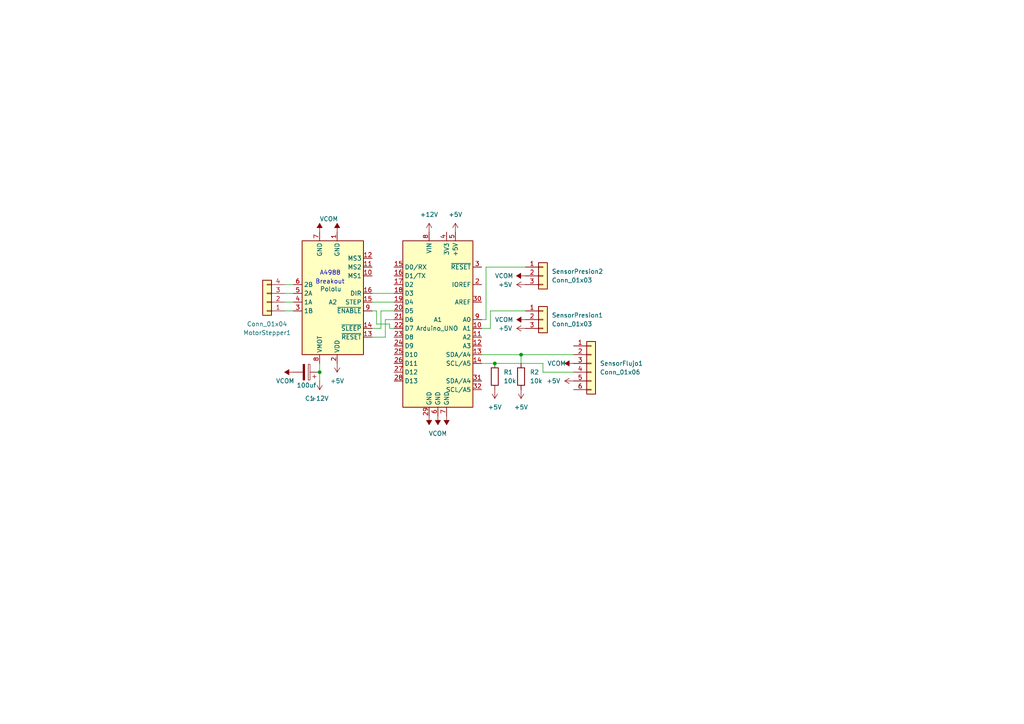
<source format=kicad_sch>
(kicad_sch (version 20211123) (generator eeschema)
  (paper "A4")
  (lib_symbols
    (symbol "Connector_Generic:Conn_01x03" (pin_names (offset 1.016) hide)
      (property "Reference" "J" (at 0 5.08 0))
      (property "Value" "Conn_01x03" (at 0 -5.08 0))
      (symbol "Conn_01x03_1_1"
        (rectangle (start -1.27 -2.413) (end 0 -2.667) (stroke (width 0.1524)))
        (rectangle (start -1.27 0.127) (end 0 -0.127) (stroke (width 0.1524)))
        (rectangle (start -1.27 2.667) (end 0 2.413) (stroke (width 0.1524)))
        (rectangle (start -1.27 3.81) (end 1.27 -3.81) (stroke (width 0.254)) (fill (type background)))
        (pin passive line (at -5.08 2.54 0) (length 3.81) (name "Pin_1") (number "1"))
        (pin passive line (at -5.08 0 0) (length 3.81) (name "Pin_2") (number "2"))
        (pin passive line (at -5.08 -2.54 0) (length 3.81) (name "Pin_3") (number "3"))
      )
    )
    (symbol "Connector_Generic:Conn_01x04" (pin_names (offset 1.016) hide)
      (property "Reference" "J" (at 0 5.08 0))
      (property "Value" "Conn_01x04" (at 0 -7.62 0))
      (symbol "Conn_01x04_1_1"
        (rectangle (start -1.27 -4.953) (end 0 -5.207) (stroke (width 0.1524)))
        (rectangle (start -1.27 -2.413) (end 0 -2.667) (stroke (width 0.1524)))
        (rectangle (start -1.27 0.127) (end 0 -0.127) (stroke (width 0.1524)))
        (rectangle (start -1.27 2.667) (end 0 2.413) (stroke (width 0.1524)))
        (rectangle (start -1.27 3.81) (end 1.27 -6.35) (stroke (width 0.254)) (fill (type background)))
        (pin passive line (at -5.08 2.54 0) (length 3.81) (name "Pin_1") (number "1"))
        (pin passive line (at -5.08 0 0) (length 3.81) (name "Pin_2") (number "2"))
        (pin passive line (at -5.08 -2.54 0) (length 3.81) (name "Pin_3") (number "3"))
        (pin passive line (at -5.08 -5.08 0) (length 3.81) (name "Pin_4") (number "4"))
      )
    )
    (symbol "Connector_Generic:Conn_01x06" (pin_names (offset 1.016) hide)
      (property "Reference" "J" (at 0 7.62 0))
      (property "Value" "Conn_01x06" (at 0 -10.16 0))
      (symbol "Conn_01x06_1_1"
        (rectangle (start -1.27 -7.493) (end 0 -7.747) (stroke (width 0.1524)))
        (rectangle (start -1.27 -4.953) (end 0 -5.207) (stroke (width 0.1524)))
        (rectangle (start -1.27 -2.413) (end 0 -2.667) (stroke (width 0.1524)))
        (rectangle (start -1.27 0.127) (end 0 -0.127) (stroke (width 0.1524)))
        (rectangle (start -1.27 2.667) (end 0 2.413) (stroke (width 0.1524)))
        (rectangle (start -1.27 5.207) (end 0 4.953) (stroke (width 0.1524)))
        (rectangle (start -1.27 6.35) (end 1.27 -8.89) (stroke (width 0.254)) (fill (type background)))
        (pin passive line (at -5.08 5.08 0) (length 3.81) (name "Pin_1") (number "1"))
        (pin passive line (at -5.08 2.54 0) (length 3.81) (name "Pin_2") (number "2"))
        (pin passive line (at -5.08 0 0) (length 3.81) (name "Pin_3") (number "3"))
        (pin passive line (at -5.08 -2.54 0) (length 3.81) (name "Pin_4") (number "4"))
        (pin passive line (at -5.08 -5.08 0) (length 3.81) (name "Pin_5") (number "5"))
        (pin passive line (at -5.08 -7.62 0) (length 3.81) (name "Pin_6") (number "6"))
      )
    )
    (symbol "Device:C_Polarized" (pin_numbers hide) (pin_names (offset 0.254))
      (property "Reference" "C" (at 0.635 2.54 0))
      (property "Value" "C_Polarized" (at 0.635 -2.54 0))
      (symbol "C_Polarized_0_1"
        (rectangle (start -2.286 0.508) (end 2.286 1.016))
        (polyline (pts (xy -1.778 2.286) (xy -0.762 2.286)))
        (polyline (pts (xy -1.27 2.794) (xy -1.27 1.778)))
        (rectangle (start 2.286 -0.508) (end -2.286 -1.016) (fill (type outline)))
      )
      (symbol "C_Polarized_1_1"
        (pin passive line (at 0 3.81 270) (length 2.794) (name "~") (number "1"))
        (pin passive line (at 0 -3.81 90) (length 2.794) (name "~") (number "2"))
      )
    )
    (symbol "Device:R" (pin_numbers hide) (pin_names (offset 0))
      (property "Reference" "R" (at 2.032 0 90))
      (property "Value" "R" (at 0 0 90))
      (symbol "R_0_1"
        (rectangle (start -1.016 -2.54) (end 1.016 2.54) (stroke (width 0.254)))
      )
      (symbol "R_1_1"
        (pin passive line (at 0 3.81 270) (length 1.27) (name "~") (number "1"))
        (pin passive line (at 0 -3.81 90) (length 1.27) (name "~") (number "2"))
      )
    )
    (symbol "Driver_Motor:Pololu_Breakout_A4988"
      (property "Reference" "A" (at -2.54 19.05 0))
      (property "Value" "Pololu_Breakout_A4988" (at -2.54 16.51 0))
      (symbol "Pololu_Breakout_A4988_0_1"
        (rectangle (start 10.16 -17.78) (end -7.62 15.24) (stroke (width 0.254)) (fill (type background)))
      )
      (symbol "Pololu_Breakout_A4988_1_1"
        (pin power_in line (at 0 -20.32 90) (length 2.54) (name "GND") (number "1"))
        (pin input line (at -10.16 -7.62 0) (length 2.54) (name "MS1") (number "10"))
        (pin input line (at -10.16 -10.16 0) (length 2.54) (name "MS2") (number "11"))
        (pin input line (at -10.16 -12.7 0) (length 2.54) (name "MS3") (number "12"))
        (pin input line (at -10.16 10.16 0) (length 2.54) (name "~{RESET}") (number "13"))
        (pin input line (at -10.16 7.62 0) (length 2.54) (name "~{SLEEP}") (number "14"))
        (pin input line (at -10.16 0 0) (length 2.54) (name "STEP") (number "15"))
        (pin input line (at -10.16 -2.54 0) (length 2.54) (name "DIR") (number "16"))
        (pin power_in line (at 0 17.78 270) (length 2.54) (name "VDD") (number "2"))
        (pin output line (at 12.7 2.54 180) (length 2.54) (name "1B") (number "3"))
        (pin output line (at 12.7 0 180) (length 2.54) (name "1A") (number "4"))
        (pin output line (at 12.7 -2.54 180) (length 2.54) (name "2A") (number "5"))
        (pin output line (at 12.7 -5.08 180) (length 2.54) (name "2B") (number "6"))
        (pin power_in line (at 5.08 -20.32 90) (length 2.54) (name "GND") (number "7"))
        (pin power_in line (at 5.08 17.78 270) (length 2.54) (name "VMOT") (number "8"))
        (pin input line (at -10.16 2.54 0) (length 2.54) (name "~{ENABLE}") (number "9"))
      )
    )
    (symbol "MCU_Module:Arduino_UNO_R3"
      (property "Reference" "A" (at -10.16 23.495 0))
      (property "Value" "Arduino_UNO_R3" (at 5.08 -26.67 0))
      (symbol "Arduino_UNO_R3_0_1"
        (rectangle (start -10.16 22.86) (end 10.16 -25.4) (stroke (width 0.254)) (fill (type background)))
      )
      (symbol "Arduino_UNO_R3_1_1"
        (pin no_connect line (at -10.16 -20.32 0) (length 2.54) hide (name "NC") (number "1"))
        (pin bidirectional line (at 12.7 -2.54 180) (length 2.54) (name "A1") (number "10"))
        (pin bidirectional line (at 12.7 -5.08 180) (length 2.54) (name "A2") (number "11"))
        (pin bidirectional line (at 12.7 -7.62 180) (length 2.54) (name "A3") (number "12"))
        (pin bidirectional line (at 12.7 -10.16 180) (length 2.54) (name "SDA/A4") (number "13"))
        (pin bidirectional line (at 12.7 -12.7 180) (length 2.54) (name "SCL/A5") (number "14"))
        (pin bidirectional line (at -12.7 15.24 0) (length 2.54) (name "D0/RX") (number "15"))
        (pin bidirectional line (at -12.7 12.7 0) (length 2.54) (name "D1/TX") (number "16"))
        (pin bidirectional line (at -12.7 10.16 0) (length 2.54) (name "D2") (number "17"))
        (pin bidirectional line (at -12.7 7.62 0) (length 2.54) (name "D3") (number "18"))
        (pin bidirectional line (at -12.7 5.08 0) (length 2.54) (name "D4") (number "19"))
        (pin output line (at 12.7 10.16 180) (length 2.54) (name "IOREF") (number "2"))
        (pin bidirectional line (at -12.7 2.54 0) (length 2.54) (name "D5") (number "20"))
        (pin bidirectional line (at -12.7 0 0) (length 2.54) (name "D6") (number "21"))
        (pin bidirectional line (at -12.7 -2.54 0) (length 2.54) (name "D7") (number "22"))
        (pin bidirectional line (at -12.7 -5.08 0) (length 2.54) (name "D8") (number "23"))
        (pin bidirectional line (at -12.7 -7.62 0) (length 2.54) (name "D9") (number "24"))
        (pin bidirectional line (at -12.7 -10.16 0) (length 2.54) (name "D10") (number "25"))
        (pin bidirectional line (at -12.7 -12.7 0) (length 2.54) (name "D11") (number "26"))
        (pin bidirectional line (at -12.7 -15.24 0) (length 2.54) (name "D12") (number "27"))
        (pin bidirectional line (at -12.7 -17.78 0) (length 2.54) (name "D13") (number "28"))
        (pin power_in line (at -2.54 -27.94 90) (length 2.54) (name "GND") (number "29"))
        (pin input line (at 12.7 15.24 180) (length 2.54) (name "~{RESET}") (number "3"))
        (pin input line (at 12.7 5.08 180) (length 2.54) (name "AREF") (number "30"))
        (pin bidirectional line (at 12.7 -17.78 180) (length 2.54) (name "SDA/A4") (number "31"))
        (pin bidirectional line (at 12.7 -20.32 180) (length 2.54) (name "SCL/A5") (number "32"))
        (pin power_out line (at 2.54 25.4 270) (length 2.54) (name "3V3") (number "4"))
        (pin power_out line (at 5.08 25.4 270) (length 2.54) (name "+5V") (number "5"))
        (pin power_in line (at 0 -27.94 90) (length 2.54) (name "GND") (number "6"))
        (pin power_in line (at 2.54 -27.94 90) (length 2.54) (name "GND") (number "7"))
        (pin power_in line (at -2.54 25.4 270) (length 2.54) (name "VIN") (number "8"))
        (pin bidirectional line (at 12.7 0 180) (length 2.54) (name "A0") (number "9"))
      )
    )
    (symbol "power:+12V" (power) (pin_names (offset 0))
      (property "Value" "+12V" (at 0 3.556 0))
      (symbol "+12V_0_1"
        (polyline (pts (xy -0.762 1.27) (xy 0 2.54)))
        (polyline (pts (xy 0 0) (xy 0 2.54)))
        (polyline (pts (xy 0 2.54) (xy 0.762 1.27)))
      )
      (symbol "+12V_1_1"
        (pin power_in line (at 0 0 90) (length 0) hide (name "+12V") (number "1"))
      )
    )
    (symbol "power:+5V" (power) (pin_names (offset 0))
      (property "Value" "+5V" (at 0 3.556 0))
      (symbol "+5V_0_1"
        (polyline (pts (xy -0.762 1.27) (xy 0 2.54)))
        (polyline (pts (xy 0 0) (xy 0 2.54)))
        (polyline (pts (xy 0 2.54) (xy 0.762 1.27)))
      )
      (symbol "+5V_1_1"
        (pin power_in line (at 0 0 90) (length 0) hide (name "+5V") (number "1"))
      )
    )
    (symbol "power:VCOM" (power) (pin_names (offset 0))
      (property "Value" "VCOM" (at 0 3.81 0))
      (symbol "VCOM_0_1"
        (polyline (pts (xy 0 0) (xy 0 2.54)))
        (polyline (pts (xy 0.762 1.27) (xy -0.762 1.27) (xy 0 2.54) (xy 0.762 1.27)) (fill (type outline)))
      )
      (symbol "VCOM_1_1"
        (pin power_in line (at 0 0 90) (length 0) hide (name "VCOM") (number "1"))
      )
    )
  )
  (junction (at 143.51 105.41))
  (junction (at 151.13 102.87))
  (junction (at 92.71 107.95))
  (wire (pts (xy 92.71 110.49) (xy 92.71 107.95)))
  (wire (pts (xy 82.55 82.55) (xy 85.09 82.55)))
  (wire (pts (xy 139.7 105.41) (xy 143.51 105.41)))
  (wire (pts (xy 111.76 97.79) (xy 107.95 97.79)))
  (wire (pts (xy 152.4 90.17) (xy 142.24 90.17)))
  (wire (pts (xy 110.49 90.17) (xy 110.49 95.25)))
  (wire (pts (xy 111.76 92.71) (xy 111.76 97.79)))
  (wire (pts (xy 107.95 90.17) (xy 109.22 90.17)))
  (wire (pts (xy 140.97 92.71) (xy 139.7 92.71)))
  (wire (pts (xy 110.49 95.25) (xy 107.95 95.25)))
  (wire (pts (xy 166.37 107.95) (xy 157.48 107.95)))
  (wire (pts (xy 82.55 90.17) (xy 85.09 90.17)))
  (wire (pts (xy 92.71 105.41) (xy 92.71 107.95)))
  (wire (pts (xy 142.24 90.17) (xy 142.24 95.25)))
  (wire (pts (xy 151.13 102.87) (xy 166.37 102.87)))
  (wire (pts (xy 82.55 85.09) (xy 85.09 85.09)))
  (wire (pts (xy 107.95 85.09) (xy 114.3 85.09)))
  (wire (pts (xy 114.3 95.25) (xy 113.03 95.25)))
  (wire (pts (xy 113.03 93.98) (xy 109.22 93.98)))
  (wire (pts (xy 142.24 95.25) (xy 139.7 95.25)))
  (wire (pts (xy 140.97 77.47) (xy 140.97 92.71)))
  (wire (pts (xy 109.22 93.98) (xy 109.22 90.17)))
  (wire (pts (xy 114.3 90.17) (xy 110.49 90.17)))
  (wire (pts (xy 151.13 105.41) (xy 151.13 102.87)))
  (wire (pts (xy 143.51 105.41) (xy 157.48 105.41)))
  (wire (pts (xy 107.95 87.63) (xy 114.3 87.63)))
  (wire (pts (xy 157.48 107.95) (xy 157.48 105.41)))
  (wire (pts (xy 82.55 87.63) (xy 85.09 87.63)))
  (wire (pts (xy 139.7 102.87) (xy 151.13 102.87)))
  (wire (pts (xy 114.3 92.71) (xy 111.76 92.71)))
  (wire (pts (xy 113.03 95.25) (xy 113.03 93.98)))
  (wire (pts (xy 152.4 77.47) (xy 140.97 77.47)))
  (text "A4988" (at 92.71 80.01 0) (effects (font (size 1.27 1.27)) (justify left bottom)))
  (text "Breakout" (at 91.44 82.55 0) (effects (font (size 1.27 1.27)) (justify left bottom)))
  (symbol (lib_id "MCU_Module:Arduino_UNO_R3") (at 127 92.71 0) (unit 1)
    (property "Reference" "A1" (at 125.73 92.71 0) (effects (justify left)))
    (property "Value" "Arduino_UNO" (at 120.65 95.25 0) (effects (justify left)))
    (property "Footprint" "Module:Arduino_UNO_R3" (effects hide))
    (property "Datasheet" "https://www.arduino.cc/en/Main/arduinoBoardUno" (effects hide))
  )
  (symbol (lib_id "power:+5V") (at 143.51 113.03 0) (mirror x) (unit 1)
    (property "Reference" "#PWR0109" (effects hide))
    (property "Value" "+5V" (at 143.51 118.11 0))
  )
  (symbol (lib_id "power:+5V") (at 151.13 113.03 0) (mirror x) (unit 1)
    (property "Reference" "#PWR0108" (effects hide))
    (property "Value" "+5V" (at 151.13 118.11 0))
  )
  (symbol (lib_id "power:+5V") (at 152.4 82.55 90) (unit 1)
    (property "Reference" "#PWR0107" (effects hide))
    (property "Value" "+5V" (at 148.59 82.5499 90) (effects (justify left)))
  )
  (symbol (lib_id "power:VCOM") (at 97.79 67.31 0) (mirror y) (unit 1)
    (property "Reference" "#PWR0111" (effects hide))
    (property "Value" "VCOM" (effects hide))
  )
  (symbol (lib_id "power:VCOM") (at 85.09 107.95 90) (mirror x) (unit 1)
    (property "Reference" "#PWR0112" (effects hide))
    (property "Value" "VCOM" (at 80.01 110.49 90) (effects (justify right)))
  )
  (symbol (lib_id "power:+12V") (at 92.71 110.49 180) (unit 1)
    (property "Reference" "#PWR0103" (effects hide))
    (property "Value" "+12V" (at 92.71 115.57 0))
  )
  (symbol (lib_id "Driver_Motor:Pololu_Breakout_A4988") (at 97.79 87.63 180) (unit 1)
    (property "Reference" "A2" (at 97.79 87.63 0) (effects (justify left)))
    (property "Value" "Pololu" (at 99.06 83.82 0) (effects (justify left)))
    (property "Footprint" "Module:Pololu_Breakout-16_15.2x20.3mm" (effects hide))
    (property "Datasheet" "https://www.pololu.com/product/2980/pictures" (effects hide))
  )
  (symbol (lib_id "power:VCOM") (at 124.46 120.65 180) (unit 1)
    (property "Reference" "#PWR0115" (effects hide))
    (property "Value" "VCOM" (at 127 125.73 0))
  )
  (symbol (lib_id "power:+5V") (at 97.79 105.41 180) (unit 1)
    (property "Reference" "#PWR0104" (effects hide))
    (property "Value" "+5V" (at 97.79 110.49 0))
  )
  (symbol (lib_id "power:VCOM") (at 152.4 92.71 90) (unit 1)
    (property "Reference" "#PWR0118" (effects hide))
    (property "Value" "VCOM" (at 143.51 92.71 90) (effects (justify right)))
  )
  (symbol (lib_id "power:+5V") (at 166.37 110.49 90) (unit 1)
    (property "Reference" "#PWR0105" (effects hide))
    (property "Value" "+5V" (at 162.56 110.4899 90) (effects (justify left)))
  )
  (symbol (lib_id "power:VCOM") (at 166.37 105.41 90) (unit 1)
    (property "Reference" "#PWR0113" (effects hide))
    (property "Value" "VCOM" (at 158.75 105.41 90) (effects (justify right)))
  )
  (symbol (lib_id "Device:R") (at 151.13 109.22 0) (unit 1)
    (property "Reference" "R2" (at 153.67 107.9499 0) (effects (justify left)))
    (property "Value" "10k" (at 153.67 110.4899 0) (effects (justify left)))
    (property "Footprint" "Resistor_THT:R_Axial_DIN0207_L6.3mm_D2.5mm_P15.24mm_Horizontal" (effects hide))
  )
  (symbol (lib_id "Connector_Generic:Conn_01x04") (at 77.47 87.63 180) (unit 1)
    (property "Reference" "MotorStepper1" (at 77.47 96.52 0))
    (property "Value" "Conn_01x04" (at 77.47 93.98 0))
    (property "Footprint" "Connector_JST:JST_XH_B4B-XH-A_1x04_P2.50mm_Vertical" (effects hide))
  )
  (symbol (lib_id "power:VCOM") (at 127 120.65 180) (unit 1)
    (property "Reference" "#PWR0116" (effects hide))
    (property "Value" "VCOM" (effects hide))
  )
  (symbol (lib_id "power:+5V") (at 152.4 95.25 90) (unit 1)
    (property "Reference" "#PWR0106" (effects hide))
    (property "Value" "+5V" (at 148.59 95.2499 90) (effects (justify left)))
  )
  (symbol (lib_id "Connector_Generic:Conn_01x03") (at 157.48 80.01 0) (unit 1)
    (property "Reference" "SensorPresion2" (at 160.02 78.7399 0) (effects (justify left)))
    (property "Value" "Conn_01x03" (at 160.02 81.2799 0) (effects (justify left)))
    (property "Footprint" "Connector_PinHeader_2.54mm:PinHeader_1x03_P2.54mm_Vertical" (effects hide))
  )
  (symbol (lib_id "Connector_Generic:Conn_01x03") (at 157.48 92.71 0) (unit 1)
    (property "Reference" "SensorPresion1" (at 160.02 91.4399 0) (effects (justify left)))
    (property "Value" "Conn_01x03" (at 160.02 93.9799 0) (effects (justify left)))
    (property "Footprint" "Connector_PinHeader_2.54mm:PinHeader_1x03_P2.54mm_Vertical" (effects hide))
  )
  (symbol (lib_id "Device:C_Polarized") (at 88.9 107.95 270) (mirror x) (unit 1)
    (property "Reference" "C1" (at 89.789 115.57 90))
    (property "Value" "100uf" (at 88.9 111.76 90))
    (property "Footprint" "Capacitor_THT:CP_Radial_D8.0mm_P2.50mm" (effects hide))
  )
  (symbol (lib_id "power:VCOM") (at 152.3269 80.01 90) (unit 1)
    (property "Reference" "#PWR0117" (effects hide))
    (property "Value" "VCOM" (at 143.51 80.01 90) (effects (justify right)))
  )
  (symbol (lib_id "Connector_Generic:Conn_01x06") (at 171.45 105.41 0) (unit 1)
    (property "Reference" "SensorFlujo1" (at 173.99 105.4099 0) (effects (justify left)))
    (property "Value" "Conn_01x06" (at 173.99 107.9499 0) (effects (justify left)))
    (property "Footprint" "Connector_PinHeader_2.54mm:PinHeader_1x06_P2.54mm_Vertical" (effects hide))
  )
  (symbol (lib_id "power:VCOM") (at 92.71 67.31 0) (mirror y) (unit 1)
    (property "Reference" "#PWR0110" (effects hide))
    (property "Value" "VCOM" (at 92.71 63.5 0) (effects (justify right)))
  )
  (symbol (lib_id "power:+5V") (at 132.08 67.31 0) (unit 1)
    (property "Reference" "#PWR0101" (effects hide))
    (property "Value" "+5V" (at 132.08 62.23 0))
  )
  (symbol (lib_id "Device:R") (at 143.51 109.22 0) (unit 1)
    (property "Reference" "R1" (at 146.05 107.9499 0) (effects (justify left)))
    (property "Value" "10k" (at 146.05 110.4899 0) (effects (justify left)))
    (property "Footprint" "Resistor_THT:R_Axial_DIN0207_L6.3mm_D2.5mm_P15.24mm_Horizontal" (effects hide))
  )
  (symbol (lib_id "power:+12V") (at 124.46 67.31 0) (unit 1)
    (property "Reference" "#PWR0102" (effects hide))
    (property "Value" "+12V" (at 124.46 62.23 0))
  )
  (symbol (lib_id "power:VCOM") (at 129.54 120.65 180) (unit 1)
    (property "Reference" "#PWR0114" (effects hide))
    (property "Value" "VCOM" (effects hide))
  )
)
</source>
